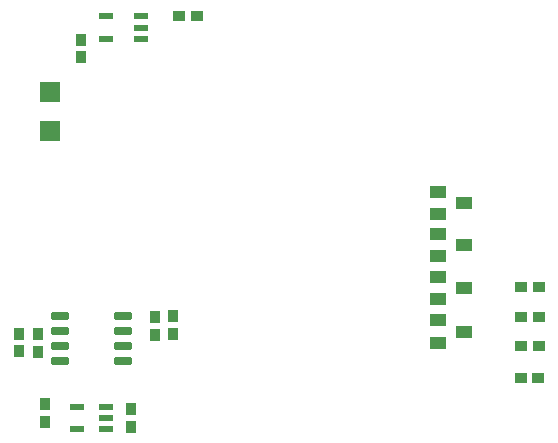
<source format=gbp>
G04*
G04 #@! TF.GenerationSoftware,Altium Limited,Altium Designer,20.2.5 (213)*
G04*
G04 Layer_Color=128*
%FSLAX44Y44*%
%MOMM*%
G71*
G04*
G04 #@! TF.SameCoordinates,282DB418-F996-4F6C-BFF3-864D386B2F46*
G04*
G04*
G04 #@! TF.FilePolarity,Positive*
G04*
G01*
G75*
%ADD31R,0.9500X1.0000*%
%ADD32R,1.0000X0.9500*%
%ADD33R,1.7000X1.7000*%
%ADD38R,1.1811X0.5080*%
%ADD97R,1.4000X1.0000*%
G04:AMPARAMS|DCode=98|XSize=1.58mm|YSize=0.6mm|CornerRadius=0.075mm|HoleSize=0mm|Usage=FLASHONLY|Rotation=180.000|XOffset=0mm|YOffset=0mm|HoleType=Round|Shape=RoundedRectangle|*
%AMROUNDEDRECTD98*
21,1,1.5800,0.4500,0,0,180.0*
21,1,1.4300,0.6000,0,0,180.0*
1,1,0.1500,-0.7150,0.2250*
1,1,0.1500,0.7150,0.2250*
1,1,0.1500,0.7150,-0.2250*
1,1,0.1500,-0.7150,-0.2250*
%
%ADD98ROUNDEDRECTD98*%
%ADD99R,1.2192X0.5080*%
D31*
X185420Y335040D02*
D03*
Y320040D02*
D03*
X170180Y318890D02*
D03*
Y333890D02*
D03*
X71120Y304800D02*
D03*
Y319800D02*
D03*
X55042Y305054D02*
D03*
Y320054D02*
D03*
X149860Y241420D02*
D03*
Y256420D02*
D03*
X77470Y260230D02*
D03*
Y245230D02*
D03*
X107950Y553960D02*
D03*
Y568960D02*
D03*
D32*
X495434Y359410D02*
D03*
X480434D02*
D03*
X495434Y334010D02*
D03*
X480434D02*
D03*
X495434Y309880D02*
D03*
X480434D02*
D03*
X494765Y282414D02*
D03*
X479765D02*
D03*
X205961Y589147D02*
D03*
X190961D02*
D03*
D33*
X81280Y491500D02*
D03*
Y524500D02*
D03*
D38*
X128841Y588620D02*
D03*
Y569620D02*
D03*
X158179D02*
D03*
Y579120D02*
D03*
Y588620D02*
D03*
D97*
X409465Y421030D02*
D03*
Y440030D02*
D03*
X431465Y430530D02*
D03*
Y321744D02*
D03*
X409465Y331244D02*
D03*
Y312244D02*
D03*
X431465Y358909D02*
D03*
X409465Y368410D02*
D03*
Y349409D02*
D03*
X431465Y394920D02*
D03*
X409465Y404420D02*
D03*
Y385420D02*
D03*
D98*
X143540Y335280D02*
D03*
Y322580D02*
D03*
Y309880D02*
D03*
Y297180D02*
D03*
X90140D02*
D03*
Y309880D02*
D03*
Y322580D02*
D03*
Y335280D02*
D03*
D99*
X129032Y258318D02*
D03*
Y248920D02*
D03*
Y239522D02*
D03*
X104648D02*
D03*
Y258318D02*
D03*
M02*

</source>
